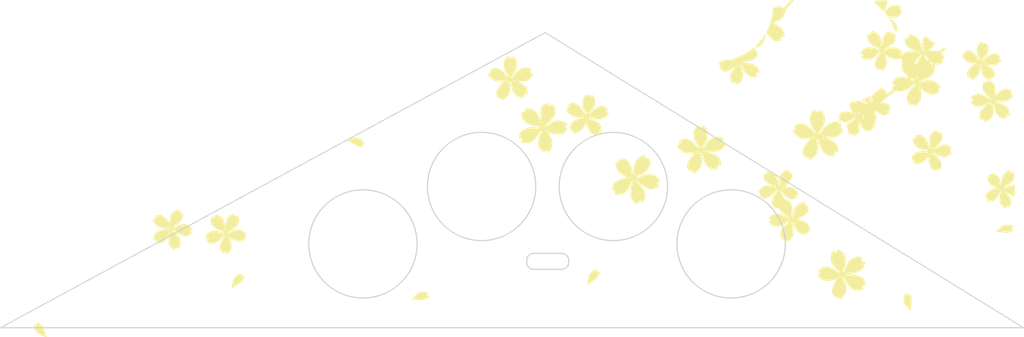
<source format=kicad_pcb>
(kicad_pcb (version 20221018) (generator pcbnew)
  (layers (0 "F.Cu" signal) (31 "B.Cu" signal) (34 "B.Paste" user) (35 "F.Paste" user) (36 "B.SilkS" user "B.Silkscreen") (37 "F.SilkS" user "F.Silkscreen") (38 "B.Mask" user) (39 "F.Mask" user) (44 "Edge.Cuts" user))
  (net 0 "")
  (footprint "LOGO" (layer "F.Cu") (at 139.405253 102.140961)
    (fp_text reference "G***" hide)
    (fp_text value "LOGO" hide)
  )
  (gr_curve (pts (xy 155.666717 120.561789) (xy 155.843106 120.561789) (xy 156.019495 120.593548) (xy 156.18178 120.653514)) (stroke (width 0.25)) (layer "Edge.Cuts"))
  (gr_curve (pts (xy 156.18178 120.653514) (xy 156.75681 120.865194) (xy 157.166022 121.454327) (xy 157.166022 122.064625)) (stroke (width 0.25)) (layer "Edge.Cuts"))
  (gr_line (start 149.316717 120.561789) (end 155.666717 120.561789) (stroke (width 0.25)) (layer "Edge.Cuts"))
  (gr_curve (pts (xy 157.166022 122.62202) (xy 157.166022 122.798409) (xy 157.134284 122.974798) (xy 157.074318 123.140593)) (stroke (width 0.25)) (layer "Edge.Cuts"))
  (gr_line (start 157.166022 122.064625) (end 157.166022 122.62202) (stroke (width 0.25)) (layer "Edge.Cuts"))
  (gr_line (start 258.600249 137.16) (end 151.92375 71.261094) (stroke (width 0.25)) (layer "Edge.Cuts"))
  (gr_curve (pts (xy 147.817411 122.064625) (xy 147.817411 121.888236) (xy 147.84564 121.711848) (xy 147.909137 121.546052)) (stroke (width 0.25)) (layer "Edge.Cuts"))
  (gr_curve (pts (xy 147.909137 121.546052) (xy 148.117285 120.974554) (xy 148.706418 120.561789) (xy 149.316717 120.561789)) (stroke (width 0.25)) (layer "Edge.Cuts"))
  (gr_curve (pts (xy 157.074318 123.140593) (xy 156.862639 123.712113) (xy 156.277037 124.124857) (xy 155.666717 124.124857)) (stroke (width 0.25)) (layer "Edge.Cuts"))
  (gr_curve (pts (xy 149.316717 124.124857) (xy 149.140328 124.124857) (xy 148.963939 124.093098) (xy 148.798144 124.0296)) (stroke (width 0.25)) (layer "Edge.Cuts"))
  (gr_line (start 151.92375 71.261094) (end 30.48 137.16) (stroke (width 0.25)) (layer "Edge.Cuts"))
  (gr_circle (center 111.290808 118.445122) (end 123.373447 118.445122) (stroke (width 0.25)) (fill none) (layer "Edge.Cuts"))
  (gr_line (start 30.48 137.16) (end 258.600249 137.16) (stroke (width 0.25)) (layer "Edge.Cuts"))
  (gr_curve (pts (xy 148.798144 124.0296) (xy 148.226646 123.821473) (xy 147.817411 123.232319) (xy 147.817411 122.62202)) (stroke (width 0.25)) (layer "Edge.Cuts"))
  (gr_circle (center 137.749141 105.621658) (end 149.83178 105.621658) (stroke (width 0.25)) (fill none) (layer "Edge.Cuts"))
  (gr_line (start 155.666717 124.124857) (end 149.316717 124.124857) (stroke (width 0.25)) (layer "Edge.Cuts"))
  (gr_line (start 147.817411 122.62202) (end 147.817411 122.064625) (stroke (width 0.25)) (layer "Edge.Cuts"))
  (gr_circle (center 167.131995 105.621658) (end 179.214633 105.621658) (stroke (width 0.25)) (fill none) (layer "Edge.Cuts"))
  (gr_circle (center 193.399836 118.445122) (end 205.482475 118.445122) (stroke (width 0.25)) (fill none) (layer "Edge.Cuts"))
)
</source>
